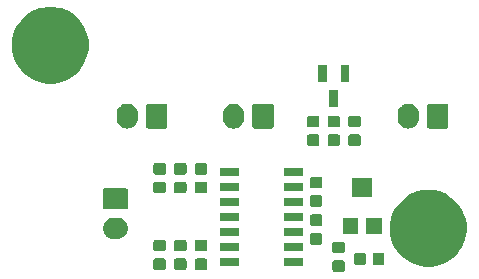
<source format=gbr>
G04 #@! TF.GenerationSoftware,KiCad,Pcbnew,(5.0.1)-3*
G04 #@! TF.CreationDate,2019-04-26T03:26:33+02:00*
G04 #@! TF.ProjectId,piezo_amplifier,7069657A6F5F616D706C69666965722E,rev?*
G04 #@! TF.SameCoordinates,Original*
G04 #@! TF.FileFunction,Soldermask,Top*
G04 #@! TF.FilePolarity,Negative*
%FSLAX46Y46*%
G04 Gerber Fmt 4.6, Leading zero omitted, Abs format (unit mm)*
G04 Created by KiCad (PCBNEW (5.0.1)-3) date 19/04/26 3:26:33 AM*
%MOMM*%
%LPD*%
G01*
G04 APERTURE LIST*
%ADD10C,0.100000*%
G04 APERTURE END LIST*
D10*
G36*
X133779591Y-93703085D02*
X133813569Y-93713393D01*
X133844887Y-93730133D01*
X133872339Y-93752661D01*
X133894867Y-93780113D01*
X133911607Y-93811431D01*
X133921915Y-93845409D01*
X133926000Y-93886890D01*
X133926000Y-94488110D01*
X133921915Y-94529591D01*
X133911607Y-94563569D01*
X133894867Y-94594887D01*
X133872339Y-94622339D01*
X133844887Y-94644867D01*
X133813569Y-94661607D01*
X133779591Y-94671915D01*
X133738110Y-94676000D01*
X133061890Y-94676000D01*
X133020409Y-94671915D01*
X132986431Y-94661607D01*
X132955113Y-94644867D01*
X132927661Y-94622339D01*
X132905133Y-94594887D01*
X132888393Y-94563569D01*
X132878085Y-94529591D01*
X132874000Y-94488110D01*
X132874000Y-93886890D01*
X132878085Y-93845409D01*
X132888393Y-93811431D01*
X132905133Y-93780113D01*
X132927661Y-93752661D01*
X132955113Y-93730133D01*
X132986431Y-93713393D01*
X133020409Y-93703085D01*
X133061890Y-93699000D01*
X133738110Y-93699000D01*
X133779591Y-93703085D01*
X133779591Y-93703085D01*
G37*
G36*
X122129591Y-93553085D02*
X122163569Y-93563393D01*
X122194887Y-93580133D01*
X122222339Y-93602661D01*
X122244867Y-93630113D01*
X122261607Y-93661431D01*
X122271915Y-93695409D01*
X122276000Y-93736890D01*
X122276000Y-94338110D01*
X122271915Y-94379591D01*
X122261607Y-94413569D01*
X122244867Y-94444887D01*
X122222339Y-94472339D01*
X122194887Y-94494867D01*
X122163569Y-94511607D01*
X122129591Y-94521915D01*
X122088110Y-94526000D01*
X121411890Y-94526000D01*
X121370409Y-94521915D01*
X121336431Y-94511607D01*
X121305113Y-94494867D01*
X121277661Y-94472339D01*
X121255133Y-94444887D01*
X121238393Y-94413569D01*
X121228085Y-94379591D01*
X121224000Y-94338110D01*
X121224000Y-93736890D01*
X121228085Y-93695409D01*
X121238393Y-93661431D01*
X121255133Y-93630113D01*
X121277661Y-93602661D01*
X121305113Y-93580133D01*
X121336431Y-93563393D01*
X121370409Y-93553085D01*
X121411890Y-93549000D01*
X122088110Y-93549000D01*
X122129591Y-93553085D01*
X122129591Y-93553085D01*
G37*
G36*
X118629591Y-93553085D02*
X118663569Y-93563393D01*
X118694887Y-93580133D01*
X118722339Y-93602661D01*
X118744867Y-93630113D01*
X118761607Y-93661431D01*
X118771915Y-93695409D01*
X118776000Y-93736890D01*
X118776000Y-94338110D01*
X118771915Y-94379591D01*
X118761607Y-94413569D01*
X118744867Y-94444887D01*
X118722339Y-94472339D01*
X118694887Y-94494867D01*
X118663569Y-94511607D01*
X118629591Y-94521915D01*
X118588110Y-94526000D01*
X117911890Y-94526000D01*
X117870409Y-94521915D01*
X117836431Y-94511607D01*
X117805113Y-94494867D01*
X117777661Y-94472339D01*
X117755133Y-94444887D01*
X117738393Y-94413569D01*
X117728085Y-94379591D01*
X117724000Y-94338110D01*
X117724000Y-93736890D01*
X117728085Y-93695409D01*
X117738393Y-93661431D01*
X117755133Y-93630113D01*
X117777661Y-93602661D01*
X117805113Y-93580133D01*
X117836431Y-93563393D01*
X117870409Y-93553085D01*
X117911890Y-93549000D01*
X118588110Y-93549000D01*
X118629591Y-93553085D01*
X118629591Y-93553085D01*
G37*
G36*
X120379591Y-93553085D02*
X120413569Y-93563393D01*
X120444887Y-93580133D01*
X120472339Y-93602661D01*
X120494867Y-93630113D01*
X120511607Y-93661431D01*
X120521915Y-93695409D01*
X120526000Y-93736890D01*
X120526000Y-94338110D01*
X120521915Y-94379591D01*
X120511607Y-94413569D01*
X120494867Y-94444887D01*
X120472339Y-94472339D01*
X120444887Y-94494867D01*
X120413569Y-94511607D01*
X120379591Y-94521915D01*
X120338110Y-94526000D01*
X119661890Y-94526000D01*
X119620409Y-94521915D01*
X119586431Y-94511607D01*
X119555113Y-94494867D01*
X119527661Y-94472339D01*
X119505133Y-94444887D01*
X119488393Y-94413569D01*
X119478085Y-94379591D01*
X119474000Y-94338110D01*
X119474000Y-93736890D01*
X119478085Y-93695409D01*
X119488393Y-93661431D01*
X119505133Y-93630113D01*
X119527661Y-93602661D01*
X119555113Y-93580133D01*
X119586431Y-93563393D01*
X119620409Y-93553085D01*
X119661890Y-93549000D01*
X120338110Y-93549000D01*
X120379591Y-93553085D01*
X120379591Y-93553085D01*
G37*
G36*
X141485616Y-87781904D02*
X141948282Y-87873934D01*
X142539926Y-88119001D01*
X142953883Y-88395599D01*
X143072395Y-88474786D01*
X143525214Y-88927605D01*
X143525216Y-88927608D01*
X143880999Y-89460074D01*
X144126066Y-90051718D01*
X144148312Y-90163557D01*
X144251000Y-90679803D01*
X144251000Y-91320197D01*
X144224651Y-91452661D01*
X144126066Y-91948282D01*
X143880999Y-92539926D01*
X143631645Y-92913110D01*
X143525214Y-93072395D01*
X143072395Y-93525214D01*
X143072392Y-93525216D01*
X142539926Y-93880999D01*
X141948282Y-94126066D01*
X141634239Y-94188533D01*
X141320197Y-94251000D01*
X140679803Y-94251000D01*
X140365761Y-94188533D01*
X140051718Y-94126066D01*
X139460074Y-93880999D01*
X138927608Y-93525216D01*
X138927605Y-93525214D01*
X138474786Y-93072395D01*
X138368355Y-92913110D01*
X138119001Y-92539926D01*
X137873934Y-91948282D01*
X137775349Y-91452661D01*
X137749000Y-91320197D01*
X137749000Y-90679803D01*
X137851688Y-90163557D01*
X137873934Y-90051718D01*
X138119001Y-89460074D01*
X138474784Y-88927608D01*
X138474786Y-88927605D01*
X138927605Y-88474786D01*
X139046117Y-88395599D01*
X139460074Y-88119001D01*
X140051718Y-87873934D01*
X140514384Y-87781904D01*
X140679803Y-87749000D01*
X141320197Y-87749000D01*
X141485616Y-87781904D01*
X141485616Y-87781904D01*
G37*
G36*
X130376001Y-94216001D02*
X128774001Y-94216001D01*
X128774001Y-93514001D01*
X130376001Y-93514001D01*
X130376001Y-94216001D01*
X130376001Y-94216001D01*
G37*
G36*
X124976001Y-94216001D02*
X123374001Y-94216001D01*
X123374001Y-93514001D01*
X124976001Y-93514001D01*
X124976001Y-94216001D01*
X124976001Y-94216001D01*
G37*
G36*
X135554591Y-93078085D02*
X135588569Y-93088393D01*
X135619887Y-93105133D01*
X135647339Y-93127661D01*
X135669867Y-93155113D01*
X135686607Y-93186431D01*
X135696915Y-93220409D01*
X135701000Y-93261890D01*
X135701000Y-93938110D01*
X135696915Y-93979591D01*
X135686607Y-94013569D01*
X135669867Y-94044887D01*
X135647339Y-94072339D01*
X135619887Y-94094867D01*
X135588569Y-94111607D01*
X135554591Y-94121915D01*
X135513110Y-94126000D01*
X134911890Y-94126000D01*
X134870409Y-94121915D01*
X134836431Y-94111607D01*
X134805113Y-94094867D01*
X134777661Y-94072339D01*
X134755133Y-94044887D01*
X134738393Y-94013569D01*
X134728085Y-93979591D01*
X134724000Y-93938110D01*
X134724000Y-93261890D01*
X134728085Y-93220409D01*
X134738393Y-93186431D01*
X134755133Y-93155113D01*
X134777661Y-93127661D01*
X134805113Y-93105133D01*
X134836431Y-93088393D01*
X134870409Y-93078085D01*
X134911890Y-93074000D01*
X135513110Y-93074000D01*
X135554591Y-93078085D01*
X135554591Y-93078085D01*
G37*
G36*
X137129591Y-93078085D02*
X137163569Y-93088393D01*
X137194887Y-93105133D01*
X137222339Y-93127661D01*
X137244867Y-93155113D01*
X137261607Y-93186431D01*
X137271915Y-93220409D01*
X137276000Y-93261890D01*
X137276000Y-93938110D01*
X137271915Y-93979591D01*
X137261607Y-94013569D01*
X137244867Y-94044887D01*
X137222339Y-94072339D01*
X137194887Y-94094867D01*
X137163569Y-94111607D01*
X137129591Y-94121915D01*
X137088110Y-94126000D01*
X136486890Y-94126000D01*
X136445409Y-94121915D01*
X136411431Y-94111607D01*
X136380113Y-94094867D01*
X136352661Y-94072339D01*
X136330133Y-94044887D01*
X136313393Y-94013569D01*
X136303085Y-93979591D01*
X136299000Y-93938110D01*
X136299000Y-93261890D01*
X136303085Y-93220409D01*
X136313393Y-93186431D01*
X136330133Y-93155113D01*
X136352661Y-93127661D01*
X136380113Y-93105133D01*
X136411431Y-93088393D01*
X136445409Y-93078085D01*
X136486890Y-93074000D01*
X137088110Y-93074000D01*
X137129591Y-93078085D01*
X137129591Y-93078085D01*
G37*
G36*
X133779591Y-92128085D02*
X133813569Y-92138393D01*
X133844887Y-92155133D01*
X133872339Y-92177661D01*
X133894867Y-92205113D01*
X133911607Y-92236431D01*
X133921915Y-92270409D01*
X133926000Y-92311890D01*
X133926000Y-92913110D01*
X133921915Y-92954591D01*
X133911607Y-92988569D01*
X133894867Y-93019887D01*
X133872339Y-93047339D01*
X133844887Y-93069867D01*
X133813569Y-93086607D01*
X133779591Y-93096915D01*
X133738110Y-93101000D01*
X133061890Y-93101000D01*
X133020409Y-93096915D01*
X132986431Y-93086607D01*
X132955113Y-93069867D01*
X132927661Y-93047339D01*
X132905133Y-93019887D01*
X132888393Y-92988569D01*
X132878085Y-92954591D01*
X132874000Y-92913110D01*
X132874000Y-92311890D01*
X132878085Y-92270409D01*
X132888393Y-92236431D01*
X132905133Y-92205113D01*
X132927661Y-92177661D01*
X132955113Y-92155133D01*
X132986431Y-92138393D01*
X133020409Y-92128085D01*
X133061890Y-92124000D01*
X133738110Y-92124000D01*
X133779591Y-92128085D01*
X133779591Y-92128085D01*
G37*
G36*
X122129591Y-91978085D02*
X122163569Y-91988393D01*
X122194887Y-92005133D01*
X122222339Y-92027661D01*
X122244867Y-92055113D01*
X122261607Y-92086431D01*
X122271915Y-92120409D01*
X122276000Y-92161890D01*
X122276000Y-92763110D01*
X122271915Y-92804591D01*
X122261607Y-92838569D01*
X122244867Y-92869887D01*
X122222339Y-92897339D01*
X122194887Y-92919867D01*
X122163569Y-92936607D01*
X122129591Y-92946915D01*
X122088110Y-92951000D01*
X121411890Y-92951000D01*
X121370409Y-92946915D01*
X121336431Y-92936607D01*
X121305113Y-92919867D01*
X121277661Y-92897339D01*
X121255133Y-92869887D01*
X121238393Y-92838569D01*
X121228085Y-92804591D01*
X121224000Y-92763110D01*
X121224000Y-92161890D01*
X121228085Y-92120409D01*
X121238393Y-92086431D01*
X121255133Y-92055113D01*
X121277661Y-92027661D01*
X121305113Y-92005133D01*
X121336431Y-91988393D01*
X121370409Y-91978085D01*
X121411890Y-91974000D01*
X122088110Y-91974000D01*
X122129591Y-91978085D01*
X122129591Y-91978085D01*
G37*
G36*
X120379591Y-91978085D02*
X120413569Y-91988393D01*
X120444887Y-92005133D01*
X120472339Y-92027661D01*
X120494867Y-92055113D01*
X120511607Y-92086431D01*
X120521915Y-92120409D01*
X120526000Y-92161890D01*
X120526000Y-92763110D01*
X120521915Y-92804591D01*
X120511607Y-92838569D01*
X120494867Y-92869887D01*
X120472339Y-92897339D01*
X120444887Y-92919867D01*
X120413569Y-92936607D01*
X120379591Y-92946915D01*
X120338110Y-92951000D01*
X119661890Y-92951000D01*
X119620409Y-92946915D01*
X119586431Y-92936607D01*
X119555113Y-92919867D01*
X119527661Y-92897339D01*
X119505133Y-92869887D01*
X119488393Y-92838569D01*
X119478085Y-92804591D01*
X119474000Y-92763110D01*
X119474000Y-92161890D01*
X119478085Y-92120409D01*
X119488393Y-92086431D01*
X119505133Y-92055113D01*
X119527661Y-92027661D01*
X119555113Y-92005133D01*
X119586431Y-91988393D01*
X119620409Y-91978085D01*
X119661890Y-91974000D01*
X120338110Y-91974000D01*
X120379591Y-91978085D01*
X120379591Y-91978085D01*
G37*
G36*
X118629591Y-91978085D02*
X118663569Y-91988393D01*
X118694887Y-92005133D01*
X118722339Y-92027661D01*
X118744867Y-92055113D01*
X118761607Y-92086431D01*
X118771915Y-92120409D01*
X118776000Y-92161890D01*
X118776000Y-92763110D01*
X118771915Y-92804591D01*
X118761607Y-92838569D01*
X118744867Y-92869887D01*
X118722339Y-92897339D01*
X118694887Y-92919867D01*
X118663569Y-92936607D01*
X118629591Y-92946915D01*
X118588110Y-92951000D01*
X117911890Y-92951000D01*
X117870409Y-92946915D01*
X117836431Y-92936607D01*
X117805113Y-92919867D01*
X117777661Y-92897339D01*
X117755133Y-92869887D01*
X117738393Y-92838569D01*
X117728085Y-92804591D01*
X117724000Y-92763110D01*
X117724000Y-92161890D01*
X117728085Y-92120409D01*
X117738393Y-92086431D01*
X117755133Y-92055113D01*
X117777661Y-92027661D01*
X117805113Y-92005133D01*
X117836431Y-91988393D01*
X117870409Y-91978085D01*
X117911890Y-91974000D01*
X118588110Y-91974000D01*
X118629591Y-91978085D01*
X118629591Y-91978085D01*
G37*
G36*
X130376001Y-92946001D02*
X128774001Y-92946001D01*
X128774001Y-92244001D01*
X130376001Y-92244001D01*
X130376001Y-92946001D01*
X130376001Y-92946001D01*
G37*
G36*
X124976001Y-92946001D02*
X123374001Y-92946001D01*
X123374001Y-92244001D01*
X124976001Y-92244001D01*
X124976001Y-92946001D01*
X124976001Y-92946001D01*
G37*
G36*
X131879591Y-91403085D02*
X131913569Y-91413393D01*
X131944887Y-91430133D01*
X131972339Y-91452661D01*
X131994867Y-91480113D01*
X132011607Y-91511431D01*
X132021915Y-91545409D01*
X132026000Y-91586890D01*
X132026000Y-92188110D01*
X132021915Y-92229591D01*
X132011607Y-92263569D01*
X131994867Y-92294887D01*
X131972339Y-92322339D01*
X131944887Y-92344867D01*
X131913569Y-92361607D01*
X131879591Y-92371915D01*
X131838110Y-92376000D01*
X131161890Y-92376000D01*
X131120409Y-92371915D01*
X131086431Y-92361607D01*
X131055113Y-92344867D01*
X131027661Y-92322339D01*
X131005133Y-92294887D01*
X130988393Y-92263569D01*
X130978085Y-92229591D01*
X130974000Y-92188110D01*
X130974000Y-91586890D01*
X130978085Y-91545409D01*
X130988393Y-91511431D01*
X131005133Y-91480113D01*
X131027661Y-91452661D01*
X131055113Y-91430133D01*
X131086431Y-91413393D01*
X131120409Y-91403085D01*
X131161890Y-91399000D01*
X131838110Y-91399000D01*
X131879591Y-91403085D01*
X131879591Y-91403085D01*
G37*
G36*
X114760443Y-90105519D02*
X114826627Y-90112037D01*
X114939853Y-90146384D01*
X114996467Y-90163557D01*
X115135087Y-90237652D01*
X115152991Y-90247222D01*
X115188729Y-90276552D01*
X115290186Y-90359814D01*
X115373448Y-90461271D01*
X115402778Y-90497009D01*
X115402779Y-90497011D01*
X115486443Y-90653533D01*
X115503616Y-90710147D01*
X115537963Y-90823373D01*
X115555359Y-91000000D01*
X115537963Y-91176627D01*
X115503616Y-91289853D01*
X115486443Y-91346467D01*
X115448425Y-91417592D01*
X115402778Y-91502991D01*
X115395851Y-91511431D01*
X115290186Y-91640186D01*
X115188729Y-91723448D01*
X115152991Y-91752778D01*
X115152989Y-91752779D01*
X114996467Y-91836443D01*
X114939853Y-91853616D01*
X114826627Y-91887963D01*
X114760442Y-91894482D01*
X114694260Y-91901000D01*
X114305740Y-91901000D01*
X114239558Y-91894482D01*
X114173373Y-91887963D01*
X114060147Y-91853616D01*
X114003533Y-91836443D01*
X113847011Y-91752779D01*
X113847009Y-91752778D01*
X113811271Y-91723448D01*
X113709814Y-91640186D01*
X113604149Y-91511431D01*
X113597222Y-91502991D01*
X113551575Y-91417592D01*
X113513557Y-91346467D01*
X113496384Y-91289853D01*
X113462037Y-91176627D01*
X113444641Y-91000000D01*
X113462037Y-90823373D01*
X113496384Y-90710147D01*
X113513557Y-90653533D01*
X113597221Y-90497011D01*
X113597222Y-90497009D01*
X113626552Y-90461271D01*
X113709814Y-90359814D01*
X113811271Y-90276552D01*
X113847009Y-90247222D01*
X113864913Y-90237652D01*
X114003533Y-90163557D01*
X114060147Y-90146384D01*
X114173373Y-90112037D01*
X114239557Y-90105519D01*
X114305740Y-90099000D01*
X114694260Y-90099000D01*
X114760443Y-90105519D01*
X114760443Y-90105519D01*
G37*
G36*
X124976001Y-91676001D02*
X123374001Y-91676001D01*
X123374001Y-90974001D01*
X124976001Y-90974001D01*
X124976001Y-91676001D01*
X124976001Y-91676001D01*
G37*
G36*
X130376001Y-91676001D02*
X128774001Y-91676001D01*
X128774001Y-90974001D01*
X130376001Y-90974001D01*
X130376001Y-91676001D01*
X130376001Y-91676001D01*
G37*
G36*
X137051000Y-91451000D02*
X135749000Y-91451000D01*
X135749000Y-90149000D01*
X137051000Y-90149000D01*
X137051000Y-91451000D01*
X137051000Y-91451000D01*
G37*
G36*
X135051000Y-91451000D02*
X133749000Y-91451000D01*
X133749000Y-90149000D01*
X135051000Y-90149000D01*
X135051000Y-91451000D01*
X135051000Y-91451000D01*
G37*
G36*
X131879591Y-89828085D02*
X131913569Y-89838393D01*
X131944887Y-89855133D01*
X131972339Y-89877661D01*
X131994867Y-89905113D01*
X132011607Y-89936431D01*
X132021915Y-89970409D01*
X132026000Y-90011890D01*
X132026000Y-90613110D01*
X132021915Y-90654591D01*
X132011607Y-90688569D01*
X131994867Y-90719887D01*
X131972339Y-90747339D01*
X131944887Y-90769867D01*
X131913569Y-90786607D01*
X131879591Y-90796915D01*
X131838110Y-90801000D01*
X131161890Y-90801000D01*
X131120409Y-90796915D01*
X131086431Y-90786607D01*
X131055113Y-90769867D01*
X131027661Y-90747339D01*
X131005133Y-90719887D01*
X130988393Y-90688569D01*
X130978085Y-90654591D01*
X130974000Y-90613110D01*
X130974000Y-90011890D01*
X130978085Y-89970409D01*
X130988393Y-89936431D01*
X131005133Y-89905113D01*
X131027661Y-89877661D01*
X131055113Y-89855133D01*
X131086431Y-89838393D01*
X131120409Y-89828085D01*
X131161890Y-89824000D01*
X131838110Y-89824000D01*
X131879591Y-89828085D01*
X131879591Y-89828085D01*
G37*
G36*
X130376001Y-90406001D02*
X128774001Y-90406001D01*
X128774001Y-89704001D01*
X130376001Y-89704001D01*
X130376001Y-90406001D01*
X130376001Y-90406001D01*
G37*
G36*
X124976001Y-90406001D02*
X123374001Y-90406001D01*
X123374001Y-89704001D01*
X124976001Y-89704001D01*
X124976001Y-90406001D01*
X124976001Y-90406001D01*
G37*
G36*
X115408600Y-87602989D02*
X115441649Y-87613014D01*
X115472106Y-87629294D01*
X115498799Y-87651201D01*
X115520706Y-87677894D01*
X115536986Y-87708351D01*
X115547011Y-87741400D01*
X115551000Y-87781904D01*
X115551000Y-89218096D01*
X115547011Y-89258600D01*
X115536986Y-89291649D01*
X115520706Y-89322106D01*
X115498799Y-89348799D01*
X115472106Y-89370706D01*
X115441649Y-89386986D01*
X115408600Y-89397011D01*
X115368096Y-89401000D01*
X113631904Y-89401000D01*
X113591400Y-89397011D01*
X113558351Y-89386986D01*
X113527894Y-89370706D01*
X113501201Y-89348799D01*
X113479294Y-89322106D01*
X113463014Y-89291649D01*
X113452989Y-89258600D01*
X113449000Y-89218096D01*
X113449000Y-87781904D01*
X113452989Y-87741400D01*
X113463014Y-87708351D01*
X113479294Y-87677894D01*
X113501201Y-87651201D01*
X113527894Y-87629294D01*
X113558351Y-87613014D01*
X113591400Y-87602989D01*
X113631904Y-87599000D01*
X115368096Y-87599000D01*
X115408600Y-87602989D01*
X115408600Y-87602989D01*
G37*
G36*
X131879591Y-88203085D02*
X131913569Y-88213393D01*
X131944887Y-88230133D01*
X131972339Y-88252661D01*
X131994867Y-88280113D01*
X132011607Y-88311431D01*
X132021915Y-88345409D01*
X132026000Y-88386890D01*
X132026000Y-88988110D01*
X132021915Y-89029591D01*
X132011607Y-89063569D01*
X131994867Y-89094887D01*
X131972339Y-89122339D01*
X131944887Y-89144867D01*
X131913569Y-89161607D01*
X131879591Y-89171915D01*
X131838110Y-89176000D01*
X131161890Y-89176000D01*
X131120409Y-89171915D01*
X131086431Y-89161607D01*
X131055113Y-89144867D01*
X131027661Y-89122339D01*
X131005133Y-89094887D01*
X130988393Y-89063569D01*
X130978085Y-89029591D01*
X130974000Y-88988110D01*
X130974000Y-88386890D01*
X130978085Y-88345409D01*
X130988393Y-88311431D01*
X131005133Y-88280113D01*
X131027661Y-88252661D01*
X131055113Y-88230133D01*
X131086431Y-88213393D01*
X131120409Y-88203085D01*
X131161890Y-88199000D01*
X131838110Y-88199000D01*
X131879591Y-88203085D01*
X131879591Y-88203085D01*
G37*
G36*
X130376001Y-89136001D02*
X128774001Y-89136001D01*
X128774001Y-88434001D01*
X130376001Y-88434001D01*
X130376001Y-89136001D01*
X130376001Y-89136001D01*
G37*
G36*
X124976001Y-89136001D02*
X123374001Y-89136001D01*
X123374001Y-88434001D01*
X124976001Y-88434001D01*
X124976001Y-89136001D01*
X124976001Y-89136001D01*
G37*
G36*
X136251000Y-88351000D02*
X134549000Y-88351000D01*
X134549000Y-86749000D01*
X136251000Y-86749000D01*
X136251000Y-88351000D01*
X136251000Y-88351000D01*
G37*
G36*
X120379591Y-87053085D02*
X120413569Y-87063393D01*
X120444887Y-87080133D01*
X120472339Y-87102661D01*
X120494867Y-87130113D01*
X120511607Y-87161431D01*
X120521915Y-87195409D01*
X120526000Y-87236890D01*
X120526000Y-87838110D01*
X120521915Y-87879591D01*
X120511607Y-87913569D01*
X120494867Y-87944887D01*
X120472339Y-87972339D01*
X120444887Y-87994867D01*
X120413569Y-88011607D01*
X120379591Y-88021915D01*
X120338110Y-88026000D01*
X119661890Y-88026000D01*
X119620409Y-88021915D01*
X119586431Y-88011607D01*
X119555113Y-87994867D01*
X119527661Y-87972339D01*
X119505133Y-87944887D01*
X119488393Y-87913569D01*
X119478085Y-87879591D01*
X119474000Y-87838110D01*
X119474000Y-87236890D01*
X119478085Y-87195409D01*
X119488393Y-87161431D01*
X119505133Y-87130113D01*
X119527661Y-87102661D01*
X119555113Y-87080133D01*
X119586431Y-87063393D01*
X119620409Y-87053085D01*
X119661890Y-87049000D01*
X120338110Y-87049000D01*
X120379591Y-87053085D01*
X120379591Y-87053085D01*
G37*
G36*
X118629591Y-87053085D02*
X118663569Y-87063393D01*
X118694887Y-87080133D01*
X118722339Y-87102661D01*
X118744867Y-87130113D01*
X118761607Y-87161431D01*
X118771915Y-87195409D01*
X118776000Y-87236890D01*
X118776000Y-87838110D01*
X118771915Y-87879591D01*
X118761607Y-87913569D01*
X118744867Y-87944887D01*
X118722339Y-87972339D01*
X118694887Y-87994867D01*
X118663569Y-88011607D01*
X118629591Y-88021915D01*
X118588110Y-88026000D01*
X117911890Y-88026000D01*
X117870409Y-88021915D01*
X117836431Y-88011607D01*
X117805113Y-87994867D01*
X117777661Y-87972339D01*
X117755133Y-87944887D01*
X117738393Y-87913569D01*
X117728085Y-87879591D01*
X117724000Y-87838110D01*
X117724000Y-87236890D01*
X117728085Y-87195409D01*
X117738393Y-87161431D01*
X117755133Y-87130113D01*
X117777661Y-87102661D01*
X117805113Y-87080133D01*
X117836431Y-87063393D01*
X117870409Y-87053085D01*
X117911890Y-87049000D01*
X118588110Y-87049000D01*
X118629591Y-87053085D01*
X118629591Y-87053085D01*
G37*
G36*
X122129591Y-87053085D02*
X122163569Y-87063393D01*
X122194887Y-87080133D01*
X122222339Y-87102661D01*
X122244867Y-87130113D01*
X122261607Y-87161431D01*
X122271915Y-87195409D01*
X122276000Y-87236890D01*
X122276000Y-87838110D01*
X122271915Y-87879591D01*
X122261607Y-87913569D01*
X122244867Y-87944887D01*
X122222339Y-87972339D01*
X122194887Y-87994867D01*
X122163569Y-88011607D01*
X122129591Y-88021915D01*
X122088110Y-88026000D01*
X121411890Y-88026000D01*
X121370409Y-88021915D01*
X121336431Y-88011607D01*
X121305113Y-87994867D01*
X121277661Y-87972339D01*
X121255133Y-87944887D01*
X121238393Y-87913569D01*
X121228085Y-87879591D01*
X121224000Y-87838110D01*
X121224000Y-87236890D01*
X121228085Y-87195409D01*
X121238393Y-87161431D01*
X121255133Y-87130113D01*
X121277661Y-87102661D01*
X121305113Y-87080133D01*
X121336431Y-87063393D01*
X121370409Y-87053085D01*
X121411890Y-87049000D01*
X122088110Y-87049000D01*
X122129591Y-87053085D01*
X122129591Y-87053085D01*
G37*
G36*
X124976001Y-87866001D02*
X123374001Y-87866001D01*
X123374001Y-87164001D01*
X124976001Y-87164001D01*
X124976001Y-87866001D01*
X124976001Y-87866001D01*
G37*
G36*
X130376001Y-87866001D02*
X128774001Y-87866001D01*
X128774001Y-87164001D01*
X130376001Y-87164001D01*
X130376001Y-87866001D01*
X130376001Y-87866001D01*
G37*
G36*
X131879591Y-86628085D02*
X131913569Y-86638393D01*
X131944887Y-86655133D01*
X131972339Y-86677661D01*
X131994867Y-86705113D01*
X132011607Y-86736431D01*
X132021915Y-86770409D01*
X132026000Y-86811890D01*
X132026000Y-87413110D01*
X132021915Y-87454591D01*
X132011607Y-87488569D01*
X131994867Y-87519887D01*
X131972339Y-87547339D01*
X131944887Y-87569867D01*
X131913569Y-87586607D01*
X131879591Y-87596915D01*
X131838110Y-87601000D01*
X131161890Y-87601000D01*
X131120409Y-87596915D01*
X131086431Y-87586607D01*
X131055113Y-87569867D01*
X131027661Y-87547339D01*
X131005133Y-87519887D01*
X130988393Y-87488569D01*
X130978085Y-87454591D01*
X130974000Y-87413110D01*
X130974000Y-86811890D01*
X130978085Y-86770409D01*
X130988393Y-86736431D01*
X131005133Y-86705113D01*
X131027661Y-86677661D01*
X131055113Y-86655133D01*
X131086431Y-86638393D01*
X131120409Y-86628085D01*
X131161890Y-86624000D01*
X131838110Y-86624000D01*
X131879591Y-86628085D01*
X131879591Y-86628085D01*
G37*
G36*
X130376001Y-86596001D02*
X128774001Y-86596001D01*
X128774001Y-85894001D01*
X130376001Y-85894001D01*
X130376001Y-86596001D01*
X130376001Y-86596001D01*
G37*
G36*
X124976001Y-86596001D02*
X123374001Y-86596001D01*
X123374001Y-85894001D01*
X124976001Y-85894001D01*
X124976001Y-86596001D01*
X124976001Y-86596001D01*
G37*
G36*
X118629591Y-85478085D02*
X118663569Y-85488393D01*
X118694887Y-85505133D01*
X118722339Y-85527661D01*
X118744867Y-85555113D01*
X118761607Y-85586431D01*
X118771915Y-85620409D01*
X118776000Y-85661890D01*
X118776000Y-86263110D01*
X118771915Y-86304591D01*
X118761607Y-86338569D01*
X118744867Y-86369887D01*
X118722339Y-86397339D01*
X118694887Y-86419867D01*
X118663569Y-86436607D01*
X118629591Y-86446915D01*
X118588110Y-86451000D01*
X117911890Y-86451000D01*
X117870409Y-86446915D01*
X117836431Y-86436607D01*
X117805113Y-86419867D01*
X117777661Y-86397339D01*
X117755133Y-86369887D01*
X117738393Y-86338569D01*
X117728085Y-86304591D01*
X117724000Y-86263110D01*
X117724000Y-85661890D01*
X117728085Y-85620409D01*
X117738393Y-85586431D01*
X117755133Y-85555113D01*
X117777661Y-85527661D01*
X117805113Y-85505133D01*
X117836431Y-85488393D01*
X117870409Y-85478085D01*
X117911890Y-85474000D01*
X118588110Y-85474000D01*
X118629591Y-85478085D01*
X118629591Y-85478085D01*
G37*
G36*
X120379591Y-85478085D02*
X120413569Y-85488393D01*
X120444887Y-85505133D01*
X120472339Y-85527661D01*
X120494867Y-85555113D01*
X120511607Y-85586431D01*
X120521915Y-85620409D01*
X120526000Y-85661890D01*
X120526000Y-86263110D01*
X120521915Y-86304591D01*
X120511607Y-86338569D01*
X120494867Y-86369887D01*
X120472339Y-86397339D01*
X120444887Y-86419867D01*
X120413569Y-86436607D01*
X120379591Y-86446915D01*
X120338110Y-86451000D01*
X119661890Y-86451000D01*
X119620409Y-86446915D01*
X119586431Y-86436607D01*
X119555113Y-86419867D01*
X119527661Y-86397339D01*
X119505133Y-86369887D01*
X119488393Y-86338569D01*
X119478085Y-86304591D01*
X119474000Y-86263110D01*
X119474000Y-85661890D01*
X119478085Y-85620409D01*
X119488393Y-85586431D01*
X119505133Y-85555113D01*
X119527661Y-85527661D01*
X119555113Y-85505133D01*
X119586431Y-85488393D01*
X119620409Y-85478085D01*
X119661890Y-85474000D01*
X120338110Y-85474000D01*
X120379591Y-85478085D01*
X120379591Y-85478085D01*
G37*
G36*
X122129591Y-85478085D02*
X122163569Y-85488393D01*
X122194887Y-85505133D01*
X122222339Y-85527661D01*
X122244867Y-85555113D01*
X122261607Y-85586431D01*
X122271915Y-85620409D01*
X122276000Y-85661890D01*
X122276000Y-86263110D01*
X122271915Y-86304591D01*
X122261607Y-86338569D01*
X122244867Y-86369887D01*
X122222339Y-86397339D01*
X122194887Y-86419867D01*
X122163569Y-86436607D01*
X122129591Y-86446915D01*
X122088110Y-86451000D01*
X121411890Y-86451000D01*
X121370409Y-86446915D01*
X121336431Y-86436607D01*
X121305113Y-86419867D01*
X121277661Y-86397339D01*
X121255133Y-86369887D01*
X121238393Y-86338569D01*
X121228085Y-86304591D01*
X121224000Y-86263110D01*
X121224000Y-85661890D01*
X121228085Y-85620409D01*
X121238393Y-85586431D01*
X121255133Y-85555113D01*
X121277661Y-85527661D01*
X121305113Y-85505133D01*
X121336431Y-85488393D01*
X121370409Y-85478085D01*
X121411890Y-85474000D01*
X122088110Y-85474000D01*
X122129591Y-85478085D01*
X122129591Y-85478085D01*
G37*
G36*
X133379591Y-83053085D02*
X133413569Y-83063393D01*
X133444887Y-83080133D01*
X133472339Y-83102661D01*
X133494867Y-83130113D01*
X133511607Y-83161431D01*
X133521915Y-83195409D01*
X133526000Y-83236890D01*
X133526000Y-83838110D01*
X133521915Y-83879591D01*
X133511607Y-83913569D01*
X133494867Y-83944887D01*
X133472339Y-83972339D01*
X133444887Y-83994867D01*
X133413569Y-84011607D01*
X133379591Y-84021915D01*
X133338110Y-84026000D01*
X132661890Y-84026000D01*
X132620409Y-84021915D01*
X132586431Y-84011607D01*
X132555113Y-83994867D01*
X132527661Y-83972339D01*
X132505133Y-83944887D01*
X132488393Y-83913569D01*
X132478085Y-83879591D01*
X132474000Y-83838110D01*
X132474000Y-83236890D01*
X132478085Y-83195409D01*
X132488393Y-83161431D01*
X132505133Y-83130113D01*
X132527661Y-83102661D01*
X132555113Y-83080133D01*
X132586431Y-83063393D01*
X132620409Y-83053085D01*
X132661890Y-83049000D01*
X133338110Y-83049000D01*
X133379591Y-83053085D01*
X133379591Y-83053085D01*
G37*
G36*
X135129591Y-83053085D02*
X135163569Y-83063393D01*
X135194887Y-83080133D01*
X135222339Y-83102661D01*
X135244867Y-83130113D01*
X135261607Y-83161431D01*
X135271915Y-83195409D01*
X135276000Y-83236890D01*
X135276000Y-83838110D01*
X135271915Y-83879591D01*
X135261607Y-83913569D01*
X135244867Y-83944887D01*
X135222339Y-83972339D01*
X135194887Y-83994867D01*
X135163569Y-84011607D01*
X135129591Y-84021915D01*
X135088110Y-84026000D01*
X134411890Y-84026000D01*
X134370409Y-84021915D01*
X134336431Y-84011607D01*
X134305113Y-83994867D01*
X134277661Y-83972339D01*
X134255133Y-83944887D01*
X134238393Y-83913569D01*
X134228085Y-83879591D01*
X134224000Y-83838110D01*
X134224000Y-83236890D01*
X134228085Y-83195409D01*
X134238393Y-83161431D01*
X134255133Y-83130113D01*
X134277661Y-83102661D01*
X134305113Y-83080133D01*
X134336431Y-83063393D01*
X134370409Y-83053085D01*
X134411890Y-83049000D01*
X135088110Y-83049000D01*
X135129591Y-83053085D01*
X135129591Y-83053085D01*
G37*
G36*
X131629591Y-83053085D02*
X131663569Y-83063393D01*
X131694887Y-83080133D01*
X131722339Y-83102661D01*
X131744867Y-83130113D01*
X131761607Y-83161431D01*
X131771915Y-83195409D01*
X131776000Y-83236890D01*
X131776000Y-83838110D01*
X131771915Y-83879591D01*
X131761607Y-83913569D01*
X131744867Y-83944887D01*
X131722339Y-83972339D01*
X131694887Y-83994867D01*
X131663569Y-84011607D01*
X131629591Y-84021915D01*
X131588110Y-84026000D01*
X130911890Y-84026000D01*
X130870409Y-84021915D01*
X130836431Y-84011607D01*
X130805113Y-83994867D01*
X130777661Y-83972339D01*
X130755133Y-83944887D01*
X130738393Y-83913569D01*
X130728085Y-83879591D01*
X130724000Y-83838110D01*
X130724000Y-83236890D01*
X130728085Y-83195409D01*
X130738393Y-83161431D01*
X130755133Y-83130113D01*
X130777661Y-83102661D01*
X130805113Y-83080133D01*
X130836431Y-83063393D01*
X130870409Y-83053085D01*
X130911890Y-83049000D01*
X131588110Y-83049000D01*
X131629591Y-83053085D01*
X131629591Y-83053085D01*
G37*
G36*
X115676627Y-80462037D02*
X115789853Y-80496384D01*
X115846467Y-80513557D01*
X115985087Y-80587652D01*
X116002991Y-80597222D01*
X116038729Y-80626552D01*
X116140186Y-80709814D01*
X116223448Y-80811271D01*
X116252778Y-80847009D01*
X116336443Y-81003534D01*
X116387963Y-81173374D01*
X116401000Y-81305743D01*
X116401000Y-81694258D01*
X116387963Y-81826627D01*
X116353616Y-81939853D01*
X116336443Y-81996467D01*
X116262348Y-82135087D01*
X116252778Y-82152991D01*
X116223448Y-82188729D01*
X116140186Y-82290186D01*
X116002989Y-82402779D01*
X115846466Y-82486443D01*
X115805733Y-82498799D01*
X115676626Y-82537963D01*
X115500000Y-82555359D01*
X115323373Y-82537963D01*
X115194266Y-82498799D01*
X115153533Y-82486443D01*
X115014913Y-82412348D01*
X114997009Y-82402778D01*
X114954749Y-82368096D01*
X114859814Y-82290186D01*
X114747221Y-82152989D01*
X114663557Y-81996466D01*
X114646384Y-81939852D01*
X114612037Y-81826626D01*
X114599000Y-81694257D01*
X114599000Y-81305742D01*
X114612037Y-81173373D01*
X114663557Y-81003534D01*
X114663557Y-81003533D01*
X114747222Y-80847008D01*
X114859812Y-80709817D01*
X114954750Y-80631904D01*
X114997010Y-80597222D01*
X115014914Y-80587652D01*
X115153534Y-80513557D01*
X115210148Y-80496384D01*
X115323374Y-80462037D01*
X115500000Y-80444641D01*
X115676627Y-80462037D01*
X115676627Y-80462037D01*
G37*
G36*
X124676627Y-80462037D02*
X124789853Y-80496384D01*
X124846467Y-80513557D01*
X124985087Y-80587652D01*
X125002991Y-80597222D01*
X125038729Y-80626552D01*
X125140186Y-80709814D01*
X125223448Y-80811271D01*
X125252778Y-80847009D01*
X125336443Y-81003534D01*
X125387963Y-81173374D01*
X125401000Y-81305743D01*
X125401000Y-81694258D01*
X125387963Y-81826627D01*
X125353616Y-81939853D01*
X125336443Y-81996467D01*
X125262348Y-82135087D01*
X125252778Y-82152991D01*
X125223448Y-82188729D01*
X125140186Y-82290186D01*
X125002989Y-82402779D01*
X124846466Y-82486443D01*
X124805733Y-82498799D01*
X124676626Y-82537963D01*
X124500000Y-82555359D01*
X124323373Y-82537963D01*
X124194266Y-82498799D01*
X124153533Y-82486443D01*
X124014913Y-82412348D01*
X123997009Y-82402778D01*
X123954749Y-82368096D01*
X123859814Y-82290186D01*
X123747221Y-82152989D01*
X123663557Y-81996466D01*
X123646384Y-81939852D01*
X123612037Y-81826626D01*
X123599000Y-81694257D01*
X123599000Y-81305742D01*
X123612037Y-81173373D01*
X123663557Y-81003534D01*
X123663557Y-81003533D01*
X123747222Y-80847008D01*
X123859812Y-80709817D01*
X123954750Y-80631904D01*
X123997010Y-80597222D01*
X124014914Y-80587652D01*
X124153534Y-80513557D01*
X124210148Y-80496384D01*
X124323374Y-80462037D01*
X124500000Y-80444641D01*
X124676627Y-80462037D01*
X124676627Y-80462037D01*
G37*
G36*
X139476627Y-80462037D02*
X139589853Y-80496384D01*
X139646467Y-80513557D01*
X139785087Y-80587652D01*
X139802991Y-80597222D01*
X139838729Y-80626552D01*
X139940186Y-80709814D01*
X140023448Y-80811271D01*
X140052778Y-80847009D01*
X140136443Y-81003534D01*
X140187963Y-81173374D01*
X140201000Y-81305743D01*
X140201000Y-81694258D01*
X140187963Y-81826627D01*
X140153616Y-81939853D01*
X140136443Y-81996467D01*
X140062348Y-82135087D01*
X140052778Y-82152991D01*
X140023448Y-82188729D01*
X139940186Y-82290186D01*
X139802989Y-82402779D01*
X139646466Y-82486443D01*
X139605733Y-82498799D01*
X139476626Y-82537963D01*
X139300000Y-82555359D01*
X139123373Y-82537963D01*
X138994266Y-82498799D01*
X138953533Y-82486443D01*
X138814913Y-82412348D01*
X138797009Y-82402778D01*
X138754749Y-82368096D01*
X138659814Y-82290186D01*
X138547221Y-82152989D01*
X138463557Y-81996466D01*
X138446384Y-81939852D01*
X138412037Y-81826626D01*
X138399000Y-81694257D01*
X138399000Y-81305742D01*
X138412037Y-81173373D01*
X138463557Y-81003534D01*
X138463557Y-81003533D01*
X138547222Y-80847008D01*
X138659812Y-80709817D01*
X138754750Y-80631904D01*
X138797010Y-80597222D01*
X138814914Y-80587652D01*
X138953534Y-80513557D01*
X139010148Y-80496384D01*
X139123374Y-80462037D01*
X139300000Y-80444641D01*
X139476627Y-80462037D01*
X139476627Y-80462037D01*
G37*
G36*
X142558600Y-80452989D02*
X142591649Y-80463014D01*
X142622106Y-80479294D01*
X142648799Y-80501201D01*
X142670706Y-80527894D01*
X142686986Y-80558351D01*
X142697011Y-80591400D01*
X142701000Y-80631904D01*
X142701000Y-82368096D01*
X142697011Y-82408600D01*
X142686986Y-82441649D01*
X142670706Y-82472106D01*
X142648799Y-82498799D01*
X142622106Y-82520706D01*
X142591649Y-82536986D01*
X142558600Y-82547011D01*
X142518096Y-82551000D01*
X141081904Y-82551000D01*
X141041400Y-82547011D01*
X141008351Y-82536986D01*
X140977894Y-82520706D01*
X140951201Y-82498799D01*
X140929294Y-82472106D01*
X140913014Y-82441649D01*
X140902989Y-82408600D01*
X140899000Y-82368096D01*
X140899000Y-80631904D01*
X140902989Y-80591400D01*
X140913014Y-80558351D01*
X140929294Y-80527894D01*
X140951201Y-80501201D01*
X140977894Y-80479294D01*
X141008351Y-80463014D01*
X141041400Y-80452989D01*
X141081904Y-80449000D01*
X142518096Y-80449000D01*
X142558600Y-80452989D01*
X142558600Y-80452989D01*
G37*
G36*
X118758600Y-80452989D02*
X118791649Y-80463014D01*
X118822106Y-80479294D01*
X118848799Y-80501201D01*
X118870706Y-80527894D01*
X118886986Y-80558351D01*
X118897011Y-80591400D01*
X118901000Y-80631904D01*
X118901000Y-82368096D01*
X118897011Y-82408600D01*
X118886986Y-82441649D01*
X118870706Y-82472106D01*
X118848799Y-82498799D01*
X118822106Y-82520706D01*
X118791649Y-82536986D01*
X118758600Y-82547011D01*
X118718096Y-82551000D01*
X117281904Y-82551000D01*
X117241400Y-82547011D01*
X117208351Y-82536986D01*
X117177894Y-82520706D01*
X117151201Y-82498799D01*
X117129294Y-82472106D01*
X117113014Y-82441649D01*
X117102989Y-82408600D01*
X117099000Y-82368096D01*
X117099000Y-80631904D01*
X117102989Y-80591400D01*
X117113014Y-80558351D01*
X117129294Y-80527894D01*
X117151201Y-80501201D01*
X117177894Y-80479294D01*
X117208351Y-80463014D01*
X117241400Y-80452989D01*
X117281904Y-80449000D01*
X118718096Y-80449000D01*
X118758600Y-80452989D01*
X118758600Y-80452989D01*
G37*
G36*
X127758600Y-80452989D02*
X127791649Y-80463014D01*
X127822106Y-80479294D01*
X127848799Y-80501201D01*
X127870706Y-80527894D01*
X127886986Y-80558351D01*
X127897011Y-80591400D01*
X127901000Y-80631904D01*
X127901000Y-82368096D01*
X127897011Y-82408600D01*
X127886986Y-82441649D01*
X127870706Y-82472106D01*
X127848799Y-82498799D01*
X127822106Y-82520706D01*
X127791649Y-82536986D01*
X127758600Y-82547011D01*
X127718096Y-82551000D01*
X126281904Y-82551000D01*
X126241400Y-82547011D01*
X126208351Y-82536986D01*
X126177894Y-82520706D01*
X126151201Y-82498799D01*
X126129294Y-82472106D01*
X126113014Y-82441649D01*
X126102989Y-82408600D01*
X126099000Y-82368096D01*
X126099000Y-80631904D01*
X126102989Y-80591400D01*
X126113014Y-80558351D01*
X126129294Y-80527894D01*
X126151201Y-80501201D01*
X126177894Y-80479294D01*
X126208351Y-80463014D01*
X126241400Y-80452989D01*
X126281904Y-80449000D01*
X127718096Y-80449000D01*
X127758600Y-80452989D01*
X127758600Y-80452989D01*
G37*
G36*
X133379591Y-81478085D02*
X133413569Y-81488393D01*
X133444887Y-81505133D01*
X133472339Y-81527661D01*
X133494867Y-81555113D01*
X133511607Y-81586431D01*
X133521915Y-81620409D01*
X133526000Y-81661890D01*
X133526000Y-82263110D01*
X133521915Y-82304591D01*
X133511607Y-82338569D01*
X133494867Y-82369887D01*
X133472339Y-82397339D01*
X133444887Y-82419867D01*
X133413569Y-82436607D01*
X133379591Y-82446915D01*
X133338110Y-82451000D01*
X132661890Y-82451000D01*
X132620409Y-82446915D01*
X132586431Y-82436607D01*
X132555113Y-82419867D01*
X132527661Y-82397339D01*
X132505133Y-82369887D01*
X132488393Y-82338569D01*
X132478085Y-82304591D01*
X132474000Y-82263110D01*
X132474000Y-81661890D01*
X132478085Y-81620409D01*
X132488393Y-81586431D01*
X132505133Y-81555113D01*
X132527661Y-81527661D01*
X132555113Y-81505133D01*
X132586431Y-81488393D01*
X132620409Y-81478085D01*
X132661890Y-81474000D01*
X133338110Y-81474000D01*
X133379591Y-81478085D01*
X133379591Y-81478085D01*
G37*
G36*
X135129591Y-81478085D02*
X135163569Y-81488393D01*
X135194887Y-81505133D01*
X135222339Y-81527661D01*
X135244867Y-81555113D01*
X135261607Y-81586431D01*
X135271915Y-81620409D01*
X135276000Y-81661890D01*
X135276000Y-82263110D01*
X135271915Y-82304591D01*
X135261607Y-82338569D01*
X135244867Y-82369887D01*
X135222339Y-82397339D01*
X135194887Y-82419867D01*
X135163569Y-82436607D01*
X135129591Y-82446915D01*
X135088110Y-82451000D01*
X134411890Y-82451000D01*
X134370409Y-82446915D01*
X134336431Y-82436607D01*
X134305113Y-82419867D01*
X134277661Y-82397339D01*
X134255133Y-82369887D01*
X134238393Y-82338569D01*
X134228085Y-82304591D01*
X134224000Y-82263110D01*
X134224000Y-81661890D01*
X134228085Y-81620409D01*
X134238393Y-81586431D01*
X134255133Y-81555113D01*
X134277661Y-81527661D01*
X134305113Y-81505133D01*
X134336431Y-81488393D01*
X134370409Y-81478085D01*
X134411890Y-81474000D01*
X135088110Y-81474000D01*
X135129591Y-81478085D01*
X135129591Y-81478085D01*
G37*
G36*
X131629591Y-81478085D02*
X131663569Y-81488393D01*
X131694887Y-81505133D01*
X131722339Y-81527661D01*
X131744867Y-81555113D01*
X131761607Y-81586431D01*
X131771915Y-81620409D01*
X131776000Y-81661890D01*
X131776000Y-82263110D01*
X131771915Y-82304591D01*
X131761607Y-82338569D01*
X131744867Y-82369887D01*
X131722339Y-82397339D01*
X131694887Y-82419867D01*
X131663569Y-82436607D01*
X131629591Y-82446915D01*
X131588110Y-82451000D01*
X130911890Y-82451000D01*
X130870409Y-82446915D01*
X130836431Y-82436607D01*
X130805113Y-82419867D01*
X130777661Y-82397339D01*
X130755133Y-82369887D01*
X130738393Y-82338569D01*
X130728085Y-82304591D01*
X130724000Y-82263110D01*
X130724000Y-81661890D01*
X130728085Y-81620409D01*
X130738393Y-81586431D01*
X130755133Y-81555113D01*
X130777661Y-81527661D01*
X130805113Y-81505133D01*
X130836431Y-81488393D01*
X130870409Y-81478085D01*
X130911890Y-81474000D01*
X131588110Y-81474000D01*
X131629591Y-81478085D01*
X131629591Y-81478085D01*
G37*
G36*
X133370000Y-80695000D02*
X132630000Y-80695000D01*
X132630000Y-79255000D01*
X133370000Y-79255000D01*
X133370000Y-80695000D01*
X133370000Y-80695000D01*
G37*
G36*
X109634239Y-72311467D02*
X109948282Y-72373934D01*
X110539926Y-72619001D01*
X111068802Y-72972385D01*
X111072395Y-72974786D01*
X111525214Y-73427605D01*
X111525216Y-73427608D01*
X111880999Y-73960074D01*
X112126066Y-74551718D01*
X112251000Y-75179804D01*
X112251000Y-75820196D01*
X112126066Y-76448282D01*
X111880999Y-77039926D01*
X111527615Y-77568802D01*
X111525214Y-77572395D01*
X111072395Y-78025214D01*
X111072392Y-78025216D01*
X110539926Y-78380999D01*
X109948282Y-78626066D01*
X109634239Y-78688533D01*
X109320197Y-78751000D01*
X108679803Y-78751000D01*
X108365761Y-78688533D01*
X108051718Y-78626066D01*
X107460074Y-78380999D01*
X106927608Y-78025216D01*
X106927605Y-78025214D01*
X106474786Y-77572395D01*
X106472385Y-77568802D01*
X106119001Y-77039926D01*
X105873934Y-76448282D01*
X105749000Y-75820196D01*
X105749000Y-75179804D01*
X105873934Y-74551718D01*
X106119001Y-73960074D01*
X106474784Y-73427608D01*
X106474786Y-73427605D01*
X106927605Y-72974786D01*
X106931198Y-72972385D01*
X107460074Y-72619001D01*
X108051718Y-72373934D01*
X108365761Y-72311467D01*
X108679803Y-72249000D01*
X109320197Y-72249000D01*
X109634239Y-72311467D01*
X109634239Y-72311467D01*
G37*
G36*
X134320000Y-78595000D02*
X133580000Y-78595000D01*
X133580000Y-77155000D01*
X134320000Y-77155000D01*
X134320000Y-78595000D01*
X134320000Y-78595000D01*
G37*
G36*
X132420000Y-78595000D02*
X131680000Y-78595000D01*
X131680000Y-77155000D01*
X132420000Y-77155000D01*
X132420000Y-78595000D01*
X132420000Y-78595000D01*
G37*
M02*

</source>
